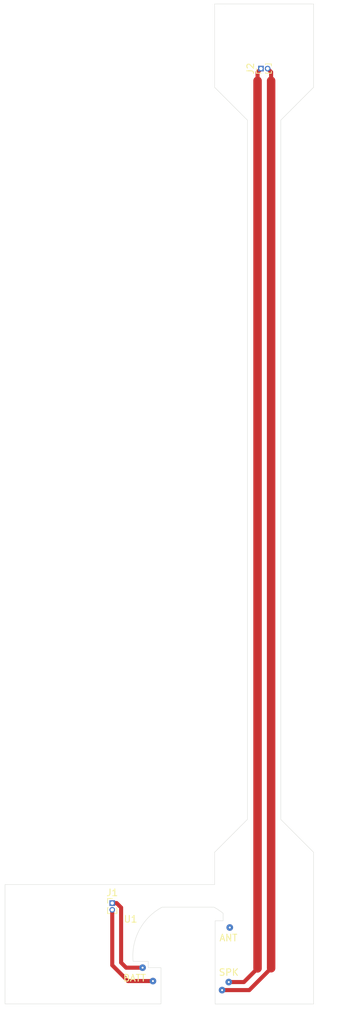
<source format=kicad_pcb>
(kicad_pcb (version 20171130) (host pcbnew "(5.1.9-0-10_14)")

  (general
    (thickness 1.6)
    (drawings 41)
    (tracks 19)
    (zones 0)
    (modules 12)
    (nets 6)
  )

  (page A4)
  (layers
    (0 F.Cu signal)
    (31 B.Cu signal)
    (32 B.Adhes user hide)
    (33 F.Adhes user hide)
    (34 B.Paste user hide)
    (35 F.Paste user hide)
    (36 B.SilkS user hide)
    (37 F.SilkS user)
    (38 B.Mask user hide)
    (39 F.Mask user hide)
    (40 Dwgs.User user)
    (41 Cmts.User user hide)
    (42 Eco1.User user hide)
    (43 Eco2.User user hide)
    (44 Edge.Cuts user)
    (45 Margin user hide)
    (46 B.CrtYd user hide)
    (47 F.CrtYd user hide)
    (48 B.Fab user hide)
    (49 F.Fab user hide)
  )

  (setup
    (last_trace_width 0.25)
    (trace_clearance 0.1524)
    (zone_clearance 0.508)
    (zone_45_only no)
    (trace_min 0.2)
    (via_size 0.8)
    (via_drill 0.4)
    (via_min_size 0.4)
    (via_min_drill 0.3)
    (uvia_size 0.3)
    (uvia_drill 0.1)
    (uvias_allowed no)
    (uvia_min_size 0.2)
    (uvia_min_drill 0.1)
    (edge_width 0.05)
    (segment_width 0.2)
    (pcb_text_width 0.3)
    (pcb_text_size 1.5 1.5)
    (mod_edge_width 0.12)
    (mod_text_size 1 1)
    (mod_text_width 0.15)
    (pad_size 1.524 1.524)
    (pad_drill 0.762)
    (pad_to_mask_clearance 0)
    (aux_axis_origin 0 0)
    (visible_elements FFFFFF7F)
    (pcbplotparams
      (layerselection 0x014fc_ffffffff)
      (usegerberextensions false)
      (usegerberattributes true)
      (usegerberadvancedattributes true)
      (creategerberjobfile true)
      (excludeedgelayer true)
      (linewidth 0.100000)
      (plotframeref false)
      (viasonmask false)
      (mode 1)
      (useauxorigin false)
      (hpglpennumber 1)
      (hpglpenspeed 20)
      (hpglpendiameter 15.000000)
      (psnegative false)
      (psa4output false)
      (plotreference true)
      (plotvalue false)
      (plotinvisibletext false)
      (padsonsilk false)
      (subtractmaskfromsilk false)
      (outputformat 1)
      (mirror false)
      (drillshape 0)
      (scaleselection 1)
      (outputdirectory "OUTPUT"))
  )

  (net 0 "")
  (net 1 "Net-(J1-Pad1)")
  (net 2 "Net-(J2-Pad1)")
  (net 3 "Net-(TP1-Pad1)")
  (net 4 "Net-(J1-Pad2)")
  (net 5 "Net-(J2-Pad2)")

  (net_class Default "This is the default net class."
    (clearance 0.1524)
    (trace_width 0.25)
    (via_dia 0.8)
    (via_drill 0.4)
    (uvia_dia 0.3)
    (uvia_drill 0.1)
    (add_net "Net-(J1-Pad1)")
    (add_net "Net-(J1-Pad2)")
    (add_net "Net-(J2-Pad1)")
    (add_net "Net-(J2-Pad2)")
    (add_net "Net-(TP1-Pad1)")
  )

  (module MySymbols:bt_player locked (layer F.Cu) (tedit 619E2E58) (tstamp 619D2440)
    (at 154.184151 115.48892 180)
    (path /619DC5C9)
    (fp_text reference U1 (at 8.6 5.5) (layer F.SilkS)
      (effects (font (size 1 1) (thickness 0.15)))
    )
    (fp_text value bt_player (at 8.464351 -7.42168) (layer F.Fab)
      (effects (font (size 1 1) (thickness 0.15)))
    )
    (fp_text user Cutt-out (at 0.59 0.89) (layer Dwgs.User)
      (effects (font (size 1 1) (thickness 0.15)))
    )
    (fp_text user ANT (at -6.05 2.7) (layer F.SilkS)
      (effects (font (size 1 1) (thickness 0.15)))
    )
    (fp_text user SPK (at -6.1 -2.45) (layer F.SilkS)
      (effects (font (size 1 1) (thickness 0.15)))
    )
    (fp_text user BATT (at 8 -3.3) (layer F.SilkS)
      (effects (font (size 1 1) (thickness 0.15)))
    )
    (fp_arc (start 0 0) (end -4.049999 -7.183119) (angle -301.1588483) (layer Dwgs.User) (width 0.12))
    (fp_line (start -4.05 5.25) (end -4.05 -7.18312) (layer Dwgs.User) (width 0.12))
    (fp_line (start -5.25 6.35762) (end -5.25 5.25) (layer Dwgs.User) (width 0.12))
    (fp_line (start -5.25 5.25) (end -4.05 5.25) (layer Dwgs.User) (width 0.12))
    (fp_line (start 5.95 -1.75) (end 4.05 -1.75) (layer Dwgs.User) (width 0.12))
    (fp_line (start 4.05 -1.75) (end 4.05 -7.182366) (layer Dwgs.User) (width 0.12))
    (fp_line (start 5.95 -1.75) (end 5.95 -0.81) (layer Dwgs.User) (width 0.12))
    (fp_line (start 5.95 -0.81) (end 8.20674 -0.81) (layer Dwgs.User) (width 0.12))
    (fp_line (start -3.92 7.25) (end 3.91 7.25) (layer Dwgs.User) (width 0.12))
    (fp_poly (pts (xy 4.07 -1.75) (xy 5.95 -1.75) (xy 5.97 -0.81) (xy 8.19 -0.81)
      (xy 8.22 0.53) (xy 8.09 1.56) (xy 7.83 2.63) (xy 7.58 3.26)
      (xy 7.39 3.64) (xy 7.09 4.22) (xy 6.74 4.77) (xy 6.23 5.39)
      (xy 5.74 5.9) (xy 5.46 6.18) (xy 4.91 6.62) (xy 4.13 7.13)
      (xy 3.88 7.26) (xy -3.85 7.27) (xy -4.2 7.09) (xy -4.54 6.87)
      (xy -4.82 6.68) (xy -5.25 6.33) (xy -5.25 5.26) (xy -4.05 5.26)
      (xy -4.04 -7.19) (xy 4.05 -7.19)) (layer Eco2.User) (width 0.1))
    (pad 1 thru_hole circle (at -6.25 4.25 180) (size 1 1) (drill 0.3) (layers *.Cu *.Mask)
      (net 3 "Net-(TP1-Pad1)"))
    (pad 2 thru_hole circle (at -6.1 -3.9 180) (size 1 1) (drill 0.3) (layers *.Cu *.Mask)
      (net 2 "Net-(J2-Pad1)"))
    (pad 3 thru_hole circle (at -5.1 -5.1 180) (size 1 1) (drill 0.3) (layers *.Cu *.Mask)
      (net 5 "Net-(J2-Pad2)"))
    (pad 5 thru_hole circle (at 6.8 -1.75 180) (size 1 1) (drill 0.3) (layers *.Cu *.Mask)
      (net 1 "Net-(J1-Pad1)"))
    (pad 4 thru_hole circle (at 5.25 -3.75 180) (size 1 1) (drill 0.3) (layers *.Cu *.Mask)
      (net 4 "Net-(J1-Pad2)"))
  )

  (module MountingHole:MountingHole_2.1mm (layer F.Cu) (tedit 5B924765) (tstamp 619D2BBF)
    (at 142.19936 121.00052)
    (descr "Mounting Hole 2.1mm, no annular")
    (tags "mounting hole 2.1mm no annular")
    (path /619E3C25)
    (attr virtual)
    (fp_text reference H10 (at 0 -3.2) (layer F.SilkS) hide
      (effects (font (size 1 1) (thickness 0.15)))
    )
    (fp_text value MountingHole (at 0 3.2) (layer F.Fab)
      (effects (font (size 1 1) (thickness 0.15)))
    )
    (fp_circle (center 0 0) (end 2.35 0) (layer F.CrtYd) (width 0.05))
    (fp_circle (center 0 0) (end 2.1 0) (layer Cmts.User) (width 0.15))
    (fp_text user %R (at 0.3 0) (layer F.Fab)
      (effects (font (size 1 1) (thickness 0.15)))
    )
    (pad "" np_thru_hole circle (at 0 0) (size 2.1 2.1) (drill 2.1) (layers *.Cu *.Mask))
  )

  (module MountingHole:MountingHole_2.1mm (layer F.Cu) (tedit 5B924765) (tstamp 619D2BB7)
    (at 171.1198 120.7262)
    (descr "Mounting Hole 2.1mm, no annular")
    (tags "mounting hole 2.1mm no annular")
    (path /619E396C)
    (attr virtual)
    (fp_text reference H9 (at 0 -3.2) (layer F.SilkS) hide
      (effects (font (size 1 1) (thickness 0.15)))
    )
    (fp_text value MountingHole (at 0 3.2) (layer F.Fab)
      (effects (font (size 1 1) (thickness 0.15)))
    )
    (fp_circle (center 0 0) (end 2.35 0) (layer F.CrtYd) (width 0.05))
    (fp_circle (center 0 0) (end 2.1 0) (layer Cmts.User) (width 0.15))
    (fp_text user %R (at 0.3 0) (layer F.Fab)
      (effects (font (size 1 1) (thickness 0.15)))
    )
    (pad "" np_thru_hole circle (at 0 0) (size 2.1 2.1) (drill 2.1) (layers *.Cu *.Mask))
  )

  (module MountingHole:MountingHole_2.1mm (layer F.Cu) (tedit 5B924765) (tstamp 619D2D16)
    (at 171.10964 -24.85136)
    (descr "Mounting Hole 2.1mm, no annular")
    (tags "mounting hole 2.1mm no annular")
    (path /619E3763)
    (attr virtual)
    (fp_text reference H8 (at 0 -3.2) (layer F.SilkS) hide
      (effects (font (size 1 1) (thickness 0.15)))
    )
    (fp_text value MountingHole (at 0 3.2) (layer F.Fab)
      (effects (font (size 1 1) (thickness 0.15)))
    )
    (fp_circle (center 0 0) (end 2.35 0) (layer F.CrtYd) (width 0.05))
    (fp_circle (center 0 0) (end 2.1 0) (layer Cmts.User) (width 0.15))
    (fp_text user %R (at 0.3 0) (layer F.Fab)
      (effects (font (size 1 1) (thickness 0.15)))
    )
    (pad "" np_thru_hole circle (at 0 0) (size 2.1 2.1) (drill 2.1) (layers *.Cu *.Mask))
  )

  (module MountingHole:MountingHole_2.1mm (layer F.Cu) (tedit 5B924765) (tstamp 619D2BA7)
    (at 170.7896 105.84688)
    (descr "Mounting Hole 2.1mm, no annular")
    (tags "mounting hole 2.1mm no annular")
    (path /619E2FC4)
    (attr virtual)
    (fp_text reference H7 (at 0 -3.2) (layer F.SilkS) hide
      (effects (font (size 1 1) (thickness 0.15)))
    )
    (fp_text value MountingHole (at 0 3.2) (layer F.Fab)
      (effects (font (size 1 1) (thickness 0.15)))
    )
    (fp_circle (center 0 0) (end 2.35 0) (layer F.CrtYd) (width 0.05))
    (fp_circle (center 0 0) (end 2.1 0) (layer Cmts.User) (width 0.15))
    (fp_text user %R (at 0.3 0) (layer F.Fab)
      (effects (font (size 1 1) (thickness 0.15)))
    )
    (pad "" np_thru_hole circle (at 0 0) (size 2.1 2.1) (drill 2.1) (layers *.Cu *.Mask))
  )

  (module MountingHole:MountingHole_2.1mm (layer F.Cu) (tedit 5B924765) (tstamp 619D2B9F)
    (at 159.90824 -24.92248)
    (descr "Mounting Hole 2.1mm, no annular")
    (tags "mounting hole 2.1mm no annular")
    (path /619E3E0C)
    (attr virtual)
    (fp_text reference H6 (at 0 -3.2) (layer F.SilkS) hide
      (effects (font (size 1 1) (thickness 0.15)))
    )
    (fp_text value MountingHole (at 0 3.2) (layer F.Fab)
      (effects (font (size 1 1) (thickness 0.15)))
    )
    (fp_circle (center 0 0) (end 2.35 0) (layer F.CrtYd) (width 0.05))
    (fp_circle (center 0 0) (end 2.1 0) (layer Cmts.User) (width 0.15))
    (fp_text user %R (at 0.3 0) (layer F.Fab)
      (effects (font (size 1 1) (thickness 0.15)))
    )
    (pad "" np_thru_hole circle (at 0 0) (size 2.1 2.1) (drill 2.1) (layers *.Cu *.Mask))
  )

  (module MountingHole:MountingHole_2.1mm (layer F.Cu) (tedit 5B924765) (tstamp 619D2B8F)
    (at 160.05048 -17.97304)
    (descr "Mounting Hole 2.1mm, no annular")
    (tags "mounting hole 2.1mm no annular")
    (path /619E4145)
    (attr virtual)
    (fp_text reference H4 (at 0 -3.2) (layer F.SilkS) hide
      (effects (font (size 1 1) (thickness 0.15)))
    )
    (fp_text value MountingHole (at 0 3.2) (layer F.Fab)
      (effects (font (size 1 1) (thickness 0.15)))
    )
    (fp_circle (center 0 0) (end 2.35 0) (layer F.CrtYd) (width 0.05))
    (fp_circle (center 0 0) (end 2.1 0) (layer Cmts.User) (width 0.15))
    (fp_text user %R (at 0.3 0) (layer F.Fab)
      (effects (font (size 1 1) (thickness 0.15)))
    )
    (pad "" np_thru_hole circle (at 0 0) (size 2.1 2.1) (drill 2.1) (layers *.Cu *.Mask))
  )

  (module MountingHole:MountingHole_2.1mm (layer F.Cu) (tedit 5B924765) (tstamp 619D2B87)
    (at 171.25188 -17.8308)
    (descr "Mounting Hole 2.1mm, no annular")
    (tags "mounting hole 2.1mm no annular")
    (path /619E4322)
    (attr virtual)
    (fp_text reference H3 (at 0 -3.2) (layer F.SilkS) hide
      (effects (font (size 1 1) (thickness 0.15)))
    )
    (fp_text value MountingHole (at 0 3.2) (layer F.Fab)
      (effects (font (size 1 1) (thickness 0.15)))
    )
    (fp_circle (center 0 0) (end 2.35 0) (layer F.CrtYd) (width 0.05))
    (fp_circle (center 0 0) (end 2.1 0) (layer Cmts.User) (width 0.15))
    (fp_text user %R (at 0.3 0) (layer F.Fab)
      (effects (font (size 1 1) (thickness 0.15)))
    )
    (pad "" np_thru_hole circle (at 0 0) (size 2.1 2.1) (drill 2.1) (layers *.Cu *.Mask))
  )

  (module MountingHole:MountingHole_2.1mm (layer F.Cu) (tedit 5B924765) (tstamp 619D2B7F)
    (at 128.41732 120.91416)
    (descr "Mounting Hole 2.1mm, no annular")
    (tags "mounting hole 2.1mm no annular")
    (path /619E45E4)
    (attr virtual)
    (fp_text reference H2 (at 0 -3.2) (layer F.SilkS) hide
      (effects (font (size 1 1) (thickness 0.15)))
    )
    (fp_text value MountingHole (at 0 3.2) (layer F.Fab)
      (effects (font (size 1 1) (thickness 0.15)))
    )
    (fp_circle (center 0 0) (end 2.35 0) (layer F.CrtYd) (width 0.05))
    (fp_circle (center 0 0) (end 2.1 0) (layer Cmts.User) (width 0.15))
    (fp_text user %R (at 0.3 0) (layer F.Fab)
      (effects (font (size 1 1) (thickness 0.15)))
    )
    (pad "" np_thru_hole circle (at 0 0) (size 2.1 2.1) (drill 2.1) (layers *.Cu *.Mask))
  )

  (module MountingHole:MountingHole_2.1mm (layer F.Cu) (tedit 5B924765) (tstamp 619D2B77)
    (at 128.524 106.5276)
    (descr "Mounting Hole 2.1mm, no annular")
    (tags "mounting hole 2.1mm no annular")
    (path /619E483B)
    (attr virtual)
    (fp_text reference H1 (at 0 -3.2) (layer F.SilkS) hide
      (effects (font (size 1 1) (thickness 0.15)))
    )
    (fp_text value MountingHole (at 0 3.2) (layer F.Fab)
      (effects (font (size 1 1) (thickness 0.15)))
    )
    (fp_circle (center 0 0) (end 2.35 0) (layer F.CrtYd) (width 0.05))
    (fp_circle (center 0 0) (end 2.1 0) (layer Cmts.User) (width 0.15))
    (fp_text user %R (at 0.3 0) (layer F.Fab)
      (effects (font (size 1 1) (thickness 0.15)))
    )
    (pad "" np_thru_hole circle (at 0 0) (size 2.1 2.1) (drill 2.1) (layers *.Cu *.Mask))
  )

  (module Connector_PinHeader_1.00mm:PinHeader_1x02_P1.00mm_Vertical (layer F.Cu) (tedit 59FED738) (tstamp 619D2426)
    (at 165.1 -17.05356 90)
    (descr "Through hole straight pin header, 1x02, 1.00mm pitch, single row")
    (tags "Through hole pin header THT 1x02 1.00mm single row")
    (path /619CCC7F)
    (fp_text reference J2 (at 0 -1.56 90) (layer F.SilkS)
      (effects (font (size 1 1) (thickness 0.15)))
    )
    (fp_text value Conn_01x02 (at 0.7112 4.21132 90) (layer F.Fab)
      (effects (font (size 1 1) (thickness 0.15)))
    )
    (fp_line (start 1.15 -1) (end -1.15 -1) (layer F.CrtYd) (width 0.05))
    (fp_line (start 1.15 2) (end 1.15 -1) (layer F.CrtYd) (width 0.05))
    (fp_line (start -1.15 2) (end 1.15 2) (layer F.CrtYd) (width 0.05))
    (fp_line (start -1.15 -1) (end -1.15 2) (layer F.CrtYd) (width 0.05))
    (fp_line (start -0.695 -0.685) (end 0 -0.685) (layer F.SilkS) (width 0.12))
    (fp_line (start -0.695 0) (end -0.695 -0.685) (layer F.SilkS) (width 0.12))
    (fp_line (start 0.608276 0.685) (end 0.695 0.685) (layer F.SilkS) (width 0.12))
    (fp_line (start -0.695 0.685) (end -0.608276 0.685) (layer F.SilkS) (width 0.12))
    (fp_line (start 0.695 0.685) (end 0.695 1.56) (layer F.SilkS) (width 0.12))
    (fp_line (start -0.695 0.685) (end -0.695 1.56) (layer F.SilkS) (width 0.12))
    (fp_line (start 0.394493 1.56) (end 0.695 1.56) (layer F.SilkS) (width 0.12))
    (fp_line (start -0.695 1.56) (end -0.394493 1.56) (layer F.SilkS) (width 0.12))
    (fp_line (start -0.635 -0.1825) (end -0.3175 -0.5) (layer F.Fab) (width 0.1))
    (fp_line (start -0.635 1.5) (end -0.635 -0.1825) (layer F.Fab) (width 0.1))
    (fp_line (start 0.635 1.5) (end -0.635 1.5) (layer F.Fab) (width 0.1))
    (fp_line (start 0.635 -0.5) (end 0.635 1.5) (layer F.Fab) (width 0.1))
    (fp_line (start -0.3175 -0.5) (end 0.635 -0.5) (layer F.Fab) (width 0.1))
    (fp_text user %R (at 0 0.5) (layer F.Fab)
      (effects (font (size 0.76 0.76) (thickness 0.114)))
    )
    (pad 2 thru_hole oval (at 0 1 90) (size 0.85 0.85) (drill 0.5) (layers *.Cu *.Mask)
      (net 5 "Net-(J2-Pad2)"))
    (pad 1 thru_hole rect (at 0 0 90) (size 0.85 0.85) (drill 0.5) (layers *.Cu *.Mask)
      (net 2 "Net-(J2-Pad1)"))
    (model ${KISYS3DMOD}/Connector_PinHeader_1.00mm.3dshapes/PinHeader_1x02_P1.00mm_Vertical.wrl
      (at (xyz 0 0 0))
      (scale (xyz 1 1 1))
      (rotate (xyz 0 0 0))
    )
  )

  (module Connector_PinHeader_1.00mm:PinHeader_1x02_P1.00mm_Vertical (layer F.Cu) (tedit 59FED738) (tstamp 619D240E)
    (at 142.84452 107.59516)
    (descr "Through hole straight pin header, 1x02, 1.00mm pitch, single row")
    (tags "Through hole pin header THT 1x02 1.00mm single row")
    (path /619CD972)
    (fp_text reference J1 (at 0 -1.56) (layer F.SilkS)
      (effects (font (size 1 1) (thickness 0.15)))
    )
    (fp_text value Conn_01x02 (at 0 2.56) (layer F.Fab)
      (effects (font (size 1 1) (thickness 0.15)))
    )
    (fp_line (start 1.15 -1) (end -1.15 -1) (layer F.CrtYd) (width 0.05))
    (fp_line (start 1.15 2) (end 1.15 -1) (layer F.CrtYd) (width 0.05))
    (fp_line (start -1.15 2) (end 1.15 2) (layer F.CrtYd) (width 0.05))
    (fp_line (start -1.15 -1) (end -1.15 2) (layer F.CrtYd) (width 0.05))
    (fp_line (start -0.695 -0.685) (end 0 -0.685) (layer F.SilkS) (width 0.12))
    (fp_line (start -0.695 0) (end -0.695 -0.685) (layer F.SilkS) (width 0.12))
    (fp_line (start 0.608276 0.685) (end 0.695 0.685) (layer F.SilkS) (width 0.12))
    (fp_line (start -0.695 0.685) (end -0.608276 0.685) (layer F.SilkS) (width 0.12))
    (fp_line (start 0.695 0.685) (end 0.695 1.56) (layer F.SilkS) (width 0.12))
    (fp_line (start -0.695 0.685) (end -0.695 1.56) (layer F.SilkS) (width 0.12))
    (fp_line (start 0.394493 1.56) (end 0.695 1.56) (layer F.SilkS) (width 0.12))
    (fp_line (start -0.695 1.56) (end -0.394493 1.56) (layer F.SilkS) (width 0.12))
    (fp_line (start -0.635 -0.1825) (end -0.3175 -0.5) (layer F.Fab) (width 0.1))
    (fp_line (start -0.635 1.5) (end -0.635 -0.1825) (layer F.Fab) (width 0.1))
    (fp_line (start 0.635 1.5) (end -0.635 1.5) (layer F.Fab) (width 0.1))
    (fp_line (start 0.635 -0.5) (end 0.635 1.5) (layer F.Fab) (width 0.1))
    (fp_line (start -0.3175 -0.5) (end 0.635 -0.5) (layer F.Fab) (width 0.1))
    (fp_text user %R (at 0 0.5 90) (layer F.Fab)
      (effects (font (size 0.76 0.76) (thickness 0.114)))
    )
    (pad 2 thru_hole oval (at 0 1) (size 0.85 0.85) (drill 0.5) (layers *.Cu *.Mask)
      (net 4 "Net-(J1-Pad2)"))
    (pad 1 thru_hole rect (at 0 0) (size 0.85 0.85) (drill 0.5) (layers *.Cu *.Mask)
      (net 1 "Net-(J1-Pad1)"))
    (model ${KISYS3DMOD}/Connector_PinHeader_1.00mm.3dshapes/PinHeader_1x02_P1.00mm_Vertical.wrl
      (at (xyz 0 0 0))
      (scale (xyz 1 1 1))
      (rotate (xyz 0 0 0))
    )
  )

  (gr_arc (start 154.18 115.49) (end 150.310001 108.200001) (angle -67.64310195) (layer Edge.Cuts) (width 0.05))
  (gr_line (start 150.31 108.2) (end 158.06 108.2) (layer Edge.Cuts) (width 0.05))
  (gr_line (start 158.17088 -14.25092) (end 163.07308 -9.34872) (layer Edge.Cuts) (width 0.05))
  (gr_line (start 172.974 -14.25092) (end 168.0718 -9.3472) (layer Edge.Cuts) (width 0.05))
  (gr_line (start 172.974 -26.70556) (end 172.974 -14.25092) (layer Edge.Cuts) (width 0.05))
  (gr_line (start 158.17088 -26.70556) (end 158.17088 -14.25092) (layer Edge.Cuts) (width 0.05))
  (gr_line (start 168.0718 95.10268) (end 168.0718 -9.3472) (layer Edge.Cuts) (width 0.05))
  (gr_line (start 163.07308 95.0976) (end 163.07308 -9.34872) (layer Edge.Cuts) (width 0.05))
  (gr_line (start 158.17088 100) (end 163.07308 95.0976) (layer Edge.Cuts) (width 0.05))
  (gr_line (start 172.974 100) (end 168.0718 95.10268) (layer Edge.Cuts) (width 0.05))
  (dimension 46.192447 (width 0.15) (layer Dwgs.User)
    (gr_text "46.192 mm" (at 149.885937 126.301212 -0.03150542931) (layer Dwgs.User)
      (effects (font (size 1 1) (thickness 0.15)))
    )
    (feature1 (pts (xy 126.79172 122.64644) (xy 126.79011 125.574932)))
    (feature2 (pts (xy 172.98416 122.67184) (xy 172.98255 125.600332)))
    (crossbar (pts (xy 172.982872 125.013912) (xy 126.790432 124.988512)))
    (arrow1a (pts (xy 126.790432 124.988512) (xy 127.917258 124.402711)))
    (arrow1b (pts (xy 126.790432 124.988512) (xy 127.916613 125.575552)))
    (arrow2a (pts (xy 172.982872 125.013912) (xy 171.856691 124.426872)))
    (arrow2b (pts (xy 172.982872 125.013912) (xy 171.856046 125.599713)))
  )
  (dimension 149.36724 (width 0.15) (layer Dwgs.User)
    (gr_text "149.367 mm" (at 177.821186 47.988384 89.99805136) (layer Dwgs.User)
      (effects (font (size 1 1) (thickness 0.15)))
    )
    (feature1 (pts (xy 172.97908 122.67184) (xy 177.105067 122.67198)))
    (feature2 (pts (xy 172.98416 -26.6954) (xy 177.110147 -26.69526)))
    (crossbar (pts (xy 176.523726 -26.69528) (xy 176.518646 122.67196)))
    (arrow1a (pts (xy 176.518646 122.67196) (xy 175.932264 121.545436)))
    (arrow1b (pts (xy 176.518646 122.67196) (xy 177.105105 121.545476)))
    (arrow2a (pts (xy 176.523726 -26.69528) (xy 175.937267 -25.568796)))
    (arrow2b (pts (xy 176.523726 -26.69528) (xy 177.110108 -25.568756)))
  )
  (gr_line (start 172.974 -26.70556) (end 158.17088 -26.70048) (layer Eco1.User) (width 0.15) (tstamp 619D2A2E))
  (gr_line (start 172.974 -16.25092) (end 172.974 -26.70556) (layer Eco1.User) (width 0.15))
  (gr_line (start 158.17088 -16.25092) (end 172.974 -16.25092) (layer Eco1.User) (width 0.15))
  (gr_line (start 158.17088 -26.70048) (end 158.17088 -16.25092) (layer Eco1.User) (width 0.15))
  (gr_line (start 158.17088 104.8258) (end 126.79172 104.8258) (layer Eco1.User) (width 0.15))
  (gr_line (start 158.17088 103.4288) (end 158.17088 104.8258) (layer Eco1.User) (width 0.15))
  (gr_line (start 172.974 103.4288) (end 158.17088 103.4288) (layer Eco1.User) (width 0.15))
  (gr_line (start 172.974 122.66676) (end 172.974 103.4288) (layer Eco1.User) (width 0.15))
  (gr_line (start 162.60572 122.66676) (end 172.974 122.66676) (layer Eco1.User) (width 0.15))
  (gr_line (start 162.60572 107.16768) (end 162.60572 122.66676) (layer Eco1.User) (width 0.15))
  (gr_line (start 145.62836 107.16768) (end 162.60572 107.16768) (layer Eco1.User) (width 0.15))
  (gr_line (start 145.62836 122.65152) (end 145.62836 107.16768) (layer Eco1.User) (width 0.15))
  (gr_line (start 126.79172 122.65152) (end 145.62836 122.65152) (layer Eco1.User) (width 0.15))
  (gr_line (start 126.79172 104.8258) (end 126.79172 122.65152) (layer Eco1.User) (width 0.15))
  (gr_line (start 172.974 122.66676) (end 158.242 122.66676) (layer Edge.Cuts) (width 0.05))
  (gr_line (start 172.974 100) (end 172.974 122.66676) (layer Edge.Cuts) (width 0.05))
  (gr_line (start 158.17088 -26.70556) (end 172.974 -26.70556) (layer Edge.Cuts) (width 0.05))
  (gr_line (start 158.17088 104.8258) (end 158.17088 100) (layer Edge.Cuts) (width 0.05))
  (gr_line (start 126.79172 104.8258) (end 158.17088 104.8258) (layer Edge.Cuts) (width 0.05))
  (gr_line (start 126.79172 122.65152) (end 126.79172 104.8258) (layer Edge.Cuts) (width 0.05))
  (gr_line (start 150.1394 122.65152) (end 126.79172 122.65152) (layer Edge.Cuts) (width 0.05))
  (gr_line (start 150.1394 117.23624) (end 150.1394 122.65152) (layer Edge.Cuts) (width 0.05))
  (gr_line (start 148.22932 117.23624) (end 150.1394 117.23624) (layer Edge.Cuts) (width 0.05))
  (gr_line (start 148.22932 117.23624) (end 148.22932 116.30152) (layer Edge.Cuts) (width 0.05) (tstamp 619D28B3))
  (gr_line (start 148.22932 116.30152) (end 145.965922 116.296169) (layer Edge.Cuts) (width 0.05) (tstamp 619D28B1))
  (gr_arc (start 154.18308 115.4938) (end 159.435799 109.118401) (angle -11.49298915) (layer Edge.Cuts) (width 0.05))
  (gr_line (start 159.4358 110.236) (end 159.435799 109.118401) (layer Edge.Cuts) (width 0.05))
  (gr_line (start 158.242 110.236) (end 159.4358 110.236) (layer Edge.Cuts) (width 0.05))
  (gr_line (start 158.242 122.66676) (end 158.242 110.236) (layer Edge.Cuts) (width 0.05))

  (segment (start 144.1704 108.26496) (end 143.5006 107.59516) (width 0.6096) (layer F.Cu) (net 1))
  (segment (start 143.5006 107.59516) (end 142.84452 107.59516) (width 0.6096) (layer F.Cu) (net 1))
  (segment (start 144.92492 117.23892) (end 144.1704 116.4844) (width 0.6096) (layer F.Cu) (net 1))
  (segment (start 144.1704 116.4844) (end 144.1704 108.26496) (width 0.6096) (layer F.Cu) (net 1))
  (segment (start 147.384151 117.23892) (end 144.92492 117.23892) (width 0.6096) (layer F.Cu) (net 1))
  (segment (start 165.1 -17.05356) (end 165.1 -17.018) (width 0.25) (layer F.Cu) (net 2))
  (segment (start 164.592 -16.51) (end 164.592 -15.24) (width 0.6096) (layer F.Cu) (net 2))
  (segment (start 165.1 -17.018) (end 164.592 -16.51) (width 0.6096) (layer F.Cu) (net 2))
  (segment (start 164.592 117.348) (end 164.592 -15.24) (width 1.27) (layer F.Cu) (net 2))
  (segment (start 162.55108 119.38892) (end 164.592 117.348) (width 0.6096) (layer F.Cu) (net 2))
  (segment (start 160.284151 119.38892) (end 162.55108 119.38892) (width 0.6096) (layer F.Cu) (net 2))
  (segment (start 142.84452 116.87048) (end 145.21296 119.23892) (width 0.6096) (layer F.Cu) (net 4))
  (segment (start 145.21296 119.23892) (end 148.934151 119.23892) (width 0.6096) (layer F.Cu) (net 4))
  (segment (start 142.84452 108.59516) (end 142.84452 116.87048) (width 0.6096) (layer F.Cu) (net 4))
  (segment (start 166.1 -17.05356) (end 166.624 -16.52956) (width 0.6096) (layer F.Cu) (net 5))
  (segment (start 166.624 -16.52956) (end 166.624 -15.24) (width 0.6096) (layer F.Cu) (net 5))
  (segment (start 166.624 -15.24) (end 166.624 117.3226) (width 1.27) (layer F.Cu) (net 5))
  (segment (start 163.35768 120.58892) (end 159.284151 120.58892) (width 0.6096) (layer F.Cu) (net 5))
  (segment (start 166.624 117.3226) (end 163.35768 120.58892) (width 0.6096) (layer F.Cu) (net 5))

)

</source>
